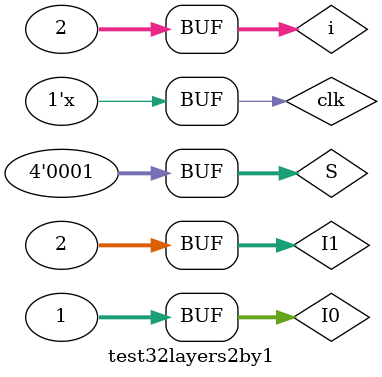
<source format=v>

/* test32layers2by1.v
part of project vALU by FluffyTheGatekeeper
Julian Ceipek, Yuxin Guan, Philip Z Loh, Sasha Sproch
Computer Architecture, Olin College Fall 2012 */

`include "gateConstants.v"
`include "mux32layers2by1.v"

module test32layers2by1();
  reg clk;
  parameter period = 500; // 2*period = length of clock
  // Make the clock LONG to test
  initial clk = 0;
  always #(period) clk = ~clk;
  reg [31:0] I0,I1;
  reg [3:0] S;
  wire [31:0] O;
  MegaMuxOfDestiny mega01(O,S,I0,I1);
  initial
  begin
      I0 = 2**0;
      I1 = 2**1;
  end
  integer i;
  initial begin

    for(i = 1'b000; i <= 1; i=i+1) begin
      #(period*2); S = i; 
      
      
    end
    $monitor(O);
  end
  
endmodule

</source>
